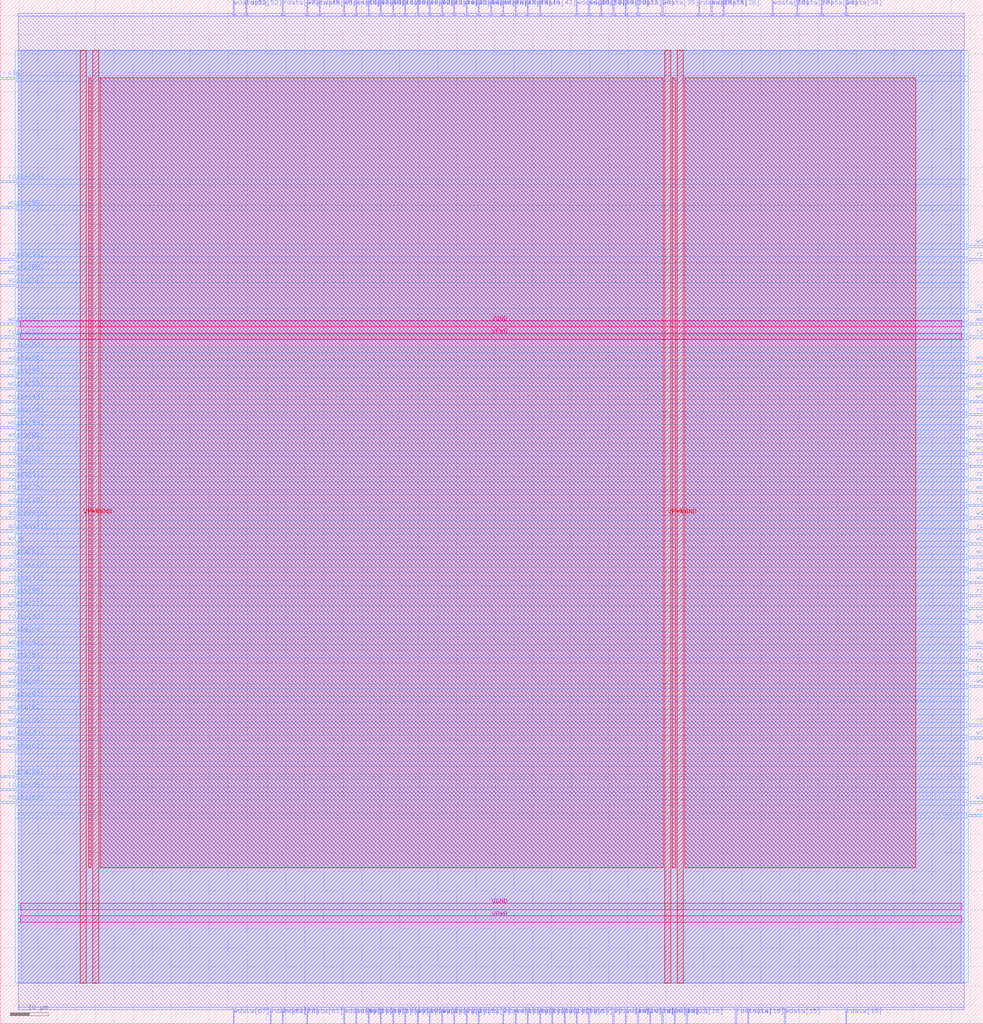
<source format=lef>
VERSION 5.7 ;
  NOWIREEXTENSIONATPIN ON ;
  DIVIDERCHAR "/" ;
  BUSBITCHARS "[]" ;
MACRO dff_ram_8x72
  CLASS BLOCK ;
  FOREIGN dff_ram_8x72 ;
  ORIGIN 0.000 0.000 ;
  SIZE 258.430 BY 269.150 ;
  PIN VGND
    DIRECTION INOUT ;
    USE GROUND ;
    PORT
      LAYER met4 ;
        RECT 24.340 10.640 25.940 255.920 ;
    END
    PORT
      LAYER met4 ;
        RECT 177.940 10.640 179.540 255.920 ;
    END
    PORT
      LAYER met5 ;
        RECT 5.280 30.030 252.780 31.630 ;
    END
    PORT
      LAYER met5 ;
        RECT 5.280 183.210 252.780 184.810 ;
    END
  END VGND
  PIN VPWR
    DIRECTION INOUT ;
    USE POWER ;
    PORT
      LAYER met4 ;
        RECT 21.040 10.640 22.640 255.920 ;
    END
    PORT
      LAYER met4 ;
        RECT 174.640 10.640 176.240 255.920 ;
    END
    PORT
      LAYER met5 ;
        RECT 5.280 26.730 252.780 28.330 ;
    END
    PORT
      LAYER met5 ;
        RECT 5.280 179.910 252.780 181.510 ;
    END
  END VPWR
  PIN address[0]
    DIRECTION INPUT ;
    USE SIGNAL ;
    ANTENNAGATEAREA 0.213000 ;
    PORT
      LAYER met3 ;
        RECT 0.000 132.640 4.000 133.240 ;
    END
  END address[0]
  PIN address[1]
    DIRECTION INPUT ;
    USE SIGNAL ;
    ANTENNAGATEAREA 0.213000 ;
    PORT
      LAYER met3 ;
        RECT 0.000 129.240 4.000 129.840 ;
    END
  END address[1]
  PIN address[2]
    DIRECTION INPUT ;
    USE SIGNAL ;
    ANTENNAGATEAREA 0.126000 ;
    PORT
      LAYER met3 ;
        RECT 0.000 119.040 4.000 119.640 ;
    END
  END address[2]
  PIN clk
    DIRECTION INPUT ;
    USE SIGNAL ;
    ANTENNAGATEAREA 0.852000 ;
    PORT
      LAYER met3 ;
        RECT 0.000 248.240 4.000 248.840 ;
    END
  END clk
  PIN rdata[0]
    DIRECTION OUTPUT TRISTATE ;
    USE SIGNAL ;
    ANTENNADIFFAREA 0.795200 ;
    PORT
      LAYER met2 ;
        RECT 119.230 0.000 119.510 4.000 ;
    END
  END rdata[0]
  PIN rdata[10]
    DIRECTION OUTPUT TRISTATE ;
    USE SIGNAL ;
    ANTENNADIFFAREA 0.795200 ;
    PORT
      LAYER met2 ;
        RECT 170.750 0.000 171.030 4.000 ;
    END
  END rdata[10]
  PIN rdata[11]
    DIRECTION OUTPUT TRISTATE ;
    USE SIGNAL ;
    ANTENNADIFFAREA 0.795200 ;
    PORT
      LAYER met2 ;
        RECT 173.970 0.000 174.250 4.000 ;
    END
  END rdata[11]
  PIN rdata[12]
    DIRECTION OUTPUT TRISTATE ;
    USE SIGNAL ;
    ANTENNADIFFAREA 0.795200 ;
    PORT
      LAYER met3 ;
        RECT 254.430 68.040 258.430 68.640 ;
    END
  END rdata[12]
  PIN rdata[13]
    DIRECTION OUTPUT TRISTATE ;
    USE SIGNAL ;
    ANTENNADIFFAREA 0.795200 ;
    PORT
      LAYER met3 ;
        RECT 254.430 54.440 258.430 55.040 ;
    END
  END rdata[13]
  PIN rdata[14]
    DIRECTION OUTPUT TRISTATE ;
    USE SIGNAL ;
    ANTENNADIFFAREA 0.795200 ;
    PORT
      LAYER met2 ;
        RECT 193.290 0.000 193.570 4.000 ;
    END
  END rdata[14]
  PIN rdata[15]
    DIRECTION OUTPUT TRISTATE ;
    USE SIGNAL ;
    ANTENNADIFFAREA 0.795200 ;
    PORT
      LAYER met2 ;
        RECT 222.270 0.000 222.550 4.000 ;
    END
  END rdata[15]
  PIN rdata[16]
    DIRECTION OUTPUT TRISTATE ;
    USE SIGNAL ;
    ANTENNADIFFAREA 0.795200 ;
    PORT
      LAYER met2 ;
        RECT 196.510 0.000 196.790 4.000 ;
    END
  END rdata[16]
  PIN rdata[17]
    DIRECTION OUTPUT TRISTATE ;
    USE SIGNAL ;
    ANTENNADIFFAREA 0.445500 ;
    PORT
      LAYER met3 ;
        RECT 254.430 78.240 258.430 78.840 ;
    END
  END rdata[17]
  PIN rdata[18]
    DIRECTION OUTPUT TRISTATE ;
    USE SIGNAL ;
    ANTENNADIFFAREA 0.795200 ;
    PORT
      LAYER met3 ;
        RECT 254.430 91.840 258.430 92.440 ;
    END
  END rdata[18]
  PIN rdata[19]
    DIRECTION OUTPUT TRISTATE ;
    USE SIGNAL ;
    ANTENNADIFFAREA 0.795200 ;
    PORT
      LAYER met3 ;
        RECT 254.430 95.240 258.430 95.840 ;
    END
  END rdata[19]
  PIN rdata[1]
    DIRECTION OUTPUT TRISTATE ;
    USE SIGNAL ;
    ANTENNADIFFAREA 0.795200 ;
    PORT
      LAYER met2 ;
        RECT 144.990 0.000 145.270 4.000 ;
    END
  END rdata[1]
  PIN rdata[20]
    DIRECTION OUTPUT TRISTATE ;
    USE SIGNAL ;
    ANTENNADIFFAREA 0.795200 ;
    PORT
      LAYER met3 ;
        RECT 254.430 136.040 258.430 136.640 ;
    END
  END rdata[20]
  PIN rdata[21]
    DIRECTION OUTPUT TRISTATE ;
    USE SIGNAL ;
    ANTENNADIFFAREA 0.795200 ;
    PORT
      LAYER met3 ;
        RECT 254.430 108.840 258.430 109.440 ;
    END
  END rdata[21]
  PIN rdata[22]
    DIRECTION OUTPUT TRISTATE ;
    USE SIGNAL ;
    ANTENNADIFFAREA 0.795200 ;
    PORT
      LAYER met3 ;
        RECT 254.430 112.240 258.430 112.840 ;
    END
  END rdata[22]
  PIN rdata[23]
    DIRECTION OUTPUT TRISTATE ;
    USE SIGNAL ;
    ANTENNADIFFAREA 0.795200 ;
    PORT
      LAYER met3 ;
        RECT 254.430 119.040 258.430 119.640 ;
    END
  END rdata[23]
  PIN rdata[24]
    DIRECTION OUTPUT TRISTATE ;
    USE SIGNAL ;
    ANTENNADIFFAREA 0.795200 ;
    PORT
      LAYER met3 ;
        RECT 254.430 146.240 258.430 146.840 ;
    END
  END rdata[24]
  PIN rdata[25]
    DIRECTION OUTPUT TRISTATE ;
    USE SIGNAL ;
    ANTENNADIFFAREA 0.795200 ;
    PORT
      LAYER met3 ;
        RECT 254.430 129.240 258.430 129.840 ;
    END
  END rdata[25]
  PIN rdata[26]
    DIRECTION OUTPUT TRISTATE ;
    USE SIGNAL ;
    ANTENNADIFFAREA 0.795200 ;
    PORT
      LAYER met3 ;
        RECT 254.430 142.840 258.430 143.440 ;
    END
  END rdata[26]
  PIN rdata[27]
    DIRECTION OUTPUT TRISTATE ;
    USE SIGNAL ;
    ANTENNADIFFAREA 0.795200 ;
    PORT
      LAYER met3 ;
        RECT 254.430 156.440 258.430 157.040 ;
    END
  END rdata[27]
  PIN rdata[28]
    DIRECTION OUTPUT TRISTATE ;
    USE SIGNAL ;
    ANTENNADIFFAREA 0.795200 ;
    PORT
      LAYER met3 ;
        RECT 254.430 159.840 258.430 160.440 ;
    END
  END rdata[28]
  PIN rdata[29]
    DIRECTION OUTPUT TRISTATE ;
    USE SIGNAL ;
    ANTENNADIFFAREA 0.795200 ;
    PORT
      LAYER met3 ;
        RECT 254.430 170.040 258.430 170.640 ;
    END
  END rdata[29]
  PIN rdata[2]
    DIRECTION OUTPUT TRISTATE ;
    USE SIGNAL ;
    ANTENNADIFFAREA 0.795200 ;
    PORT
      LAYER met2 ;
        RECT 125.670 0.000 125.950 4.000 ;
    END
  END rdata[2]
  PIN rdata[30]
    DIRECTION OUTPUT TRISTATE ;
    USE SIGNAL ;
    ANTENNADIFFAREA 0.795200 ;
    PORT
      LAYER met2 ;
        RECT 167.530 265.150 167.810 269.150 ;
    END
  END rdata[30]
  PIN rdata[31]
    DIRECTION OUTPUT TRISTATE ;
    USE SIGNAL ;
    ANTENNADIFFAREA 0.445500 ;
    PORT
      LAYER met3 ;
        RECT 254.430 180.240 258.430 180.840 ;
    END
  END rdata[31]
  PIN rdata[32]
    DIRECTION OUTPUT TRISTATE ;
    USE SIGNAL ;
    ANTENNADIFFAREA 0.445500 ;
    PORT
      LAYER met3 ;
        RECT 254.430 187.040 258.430 187.640 ;
    END
  END rdata[32]
  PIN rdata[33]
    DIRECTION OUTPUT TRISTATE ;
    USE SIGNAL ;
    ANTENNADIFFAREA 0.445500 ;
    PORT
      LAYER met3 ;
        RECT 254.430 200.640 258.430 201.240 ;
    END
  END rdata[33]
  PIN rdata[34]
    DIRECTION OUTPUT TRISTATE ;
    USE SIGNAL ;
    ANTENNADIFFAREA 0.795200 ;
    PORT
      LAYER met2 ;
        RECT 215.830 265.150 216.110 269.150 ;
    END
  END rdata[34]
  PIN rdata[35]
    DIRECTION OUTPUT TRISTATE ;
    USE SIGNAL ;
    ANTENNADIFFAREA 0.795200 ;
    PORT
      LAYER met2 ;
        RECT 183.630 265.150 183.910 269.150 ;
    END
  END rdata[35]
  PIN rdata[36]
    DIRECTION OUTPUT TRISTATE ;
    USE SIGNAL ;
    ANTENNADIFFAREA 0.795200 ;
    PORT
      LAYER met2 ;
        RECT 190.070 265.150 190.350 269.150 ;
    END
  END rdata[36]
  PIN rdata[37]
    DIRECTION OUTPUT TRISTATE ;
    USE SIGNAL ;
    ANTENNADIFFAREA 0.795200 ;
    PORT
      LAYER met2 ;
        RECT 164.310 265.150 164.590 269.150 ;
    END
  END rdata[37]
  PIN rdata[38]
    DIRECTION OUTPUT TRISTATE ;
    USE SIGNAL ;
    ANTENNADIFFAREA 0.795200 ;
    PORT
      LAYER met2 ;
        RECT 209.390 265.150 209.670 269.150 ;
    END
  END rdata[38]
  PIN rdata[39]
    DIRECTION OUTPUT TRISTATE ;
    USE SIGNAL ;
    ANTENNADIFFAREA 0.795200 ;
    PORT
      LAYER met2 ;
        RECT 161.090 265.150 161.370 269.150 ;
    END
  END rdata[39]
  PIN rdata[3]
    DIRECTION OUTPUT TRISTATE ;
    USE SIGNAL ;
    ANTENNADIFFAREA 0.795200 ;
    PORT
      LAYER met2 ;
        RECT 103.130 0.000 103.410 4.000 ;
    END
  END rdata[3]
  PIN rdata[40]
    DIRECTION OUTPUT TRISTATE ;
    USE SIGNAL ;
    ANTENNADIFFAREA 0.795200 ;
    PORT
      LAYER met2 ;
        RECT 138.550 265.150 138.830 269.150 ;
    END
  END rdata[40]
  PIN rdata[41]
    DIRECTION OUTPUT TRISTATE ;
    USE SIGNAL ;
    ANTENNADIFFAREA 0.795200 ;
    PORT
      LAYER met2 ;
        RECT 106.350 265.150 106.630 269.150 ;
    END
  END rdata[41]
  PIN rdata[42]
    DIRECTION OUTPUT TRISTATE ;
    USE SIGNAL ;
    ANTENNADIFFAREA 0.795200 ;
    PORT
      LAYER met2 ;
        RECT 119.230 265.150 119.510 269.150 ;
    END
  END rdata[42]
  PIN rdata[43]
    DIRECTION OUTPUT TRISTATE ;
    USE SIGNAL ;
    ANTENNADIFFAREA 0.795200 ;
    PORT
      LAYER met2 ;
        RECT 141.770 265.150 142.050 269.150 ;
    END
  END rdata[43]
  PIN rdata[44]
    DIRECTION OUTPUT TRISTATE ;
    USE SIGNAL ;
    ANTENNADIFFAREA 0.795200 ;
    PORT
      LAYER met2 ;
        RECT 122.450 265.150 122.730 269.150 ;
    END
  END rdata[44]
  PIN rdata[45]
    DIRECTION OUTPUT TRISTATE ;
    USE SIGNAL ;
    ANTENNADIFFAREA 0.795200 ;
    PORT
      LAYER met2 ;
        RECT 83.810 265.150 84.090 269.150 ;
    END
  END rdata[45]
  PIN rdata[46]
    DIRECTION OUTPUT TRISTATE ;
    USE SIGNAL ;
    ANTENNADIFFAREA 0.795200 ;
    PORT
      LAYER met3 ;
        RECT 0.000 163.240 4.000 163.840 ;
    END
  END rdata[46]
  PIN rdata[47]
    DIRECTION OUTPUT TRISTATE ;
    USE SIGNAL ;
    ANTENNADIFFAREA 0.795200 ;
    PORT
      LAYER met2 ;
        RECT 109.570 265.150 109.850 269.150 ;
    END
  END rdata[47]
  PIN rdata[48]
    DIRECTION OUTPUT TRISTATE ;
    USE SIGNAL ;
    ANTENNADIFFAREA 0.795200 ;
    PORT
      LAYER met2 ;
        RECT 135.330 265.150 135.610 269.150 ;
    END
  END rdata[48]
  PIN rdata[49]
    DIRECTION OUTPUT TRISTATE ;
    USE SIGNAL ;
    ANTENNADIFFAREA 0.795200 ;
    PORT
      LAYER met2 ;
        RECT 96.690 265.150 96.970 269.150 ;
    END
  END rdata[49]
  PIN rdata[4]
    DIRECTION OUTPUT TRISTATE ;
    USE SIGNAL ;
    ANTENNADIFFAREA 0.795200 ;
    PORT
      LAYER met2 ;
        RECT 106.350 0.000 106.630 4.000 ;
    END
  END rdata[4]
  PIN rdata[50]
    DIRECTION OUTPUT TRISTATE ;
    USE SIGNAL ;
    ANTENNADIFFAREA 0.795200 ;
    PORT
      LAYER met3 ;
        RECT 0.000 221.040 4.000 221.640 ;
    END
  END rdata[50]
  PIN rdata[51]
    DIRECTION OUTPUT TRISTATE ;
    USE SIGNAL ;
    ANTENNADIFFAREA 0.795200 ;
    PORT
      LAYER met3 ;
        RECT 0.000 142.840 4.000 143.440 ;
    END
  END rdata[51]
  PIN rdata[52]
    DIRECTION OUTPUT TRISTATE ;
    USE SIGNAL ;
    ANTENNADIFFAREA 0.795200 ;
    PORT
      LAYER met2 ;
        RECT 64.490 265.150 64.770 269.150 ;
    END
  END rdata[52]
  PIN rdata[53]
    DIRECTION OUTPUT TRISTATE ;
    USE SIGNAL ;
    ANTENNADIFFAREA 0.795200 ;
    PORT
      LAYER met3 ;
        RECT 0.000 180.240 4.000 180.840 ;
    END
  END rdata[53]
  PIN rdata[54]
    DIRECTION OUTPUT TRISTATE ;
    USE SIGNAL ;
    ANTENNADIFFAREA 0.795200 ;
    PORT
      LAYER met3 ;
        RECT 0.000 146.240 4.000 146.840 ;
    END
  END rdata[54]
  PIN rdata[55]
    DIRECTION OUTPUT TRISTATE ;
    USE SIGNAL ;
    ANTENNADIFFAREA 0.795200 ;
    PORT
      LAYER met3 ;
        RECT 0.000 200.640 4.000 201.240 ;
    END
  END rdata[55]
  PIN rdata[56]
    DIRECTION OUTPUT TRISTATE ;
    USE SIGNAL ;
    ANTENNADIFFAREA 0.795200 ;
    PORT
      LAYER met3 ;
        RECT 0.000 176.840 4.000 177.440 ;
    END
  END rdata[56]
  PIN rdata[57]
    DIRECTION OUTPUT TRISTATE ;
    USE SIGNAL ;
    ANTENNADIFFAREA 0.795200 ;
    PORT
      LAYER met2 ;
        RECT 74.150 265.150 74.430 269.150 ;
    END
  END rdata[57]
  PIN rdata[58]
    DIRECTION OUTPUT TRISTATE ;
    USE SIGNAL ;
    ANTENNADIFFAREA 0.795200 ;
    PORT
      LAYER met3 ;
        RECT 0.000 149.640 4.000 150.240 ;
    END
  END rdata[58]
  PIN rdata[59]
    DIRECTION OUTPUT TRISTATE ;
    USE SIGNAL ;
    ANTENNADIFFAREA 0.795200 ;
    PORT
      LAYER met3 ;
        RECT 0.000 170.040 4.000 170.640 ;
    END
  END rdata[59]
  PIN rdata[5]
    DIRECTION OUTPUT TRISTATE ;
    USE SIGNAL ;
    ANTENNADIFFAREA 0.795200 ;
    PORT
      LAYER met2 ;
        RECT 122.450 0.000 122.730 4.000 ;
    END
  END rdata[5]
  PIN rdata[60]
    DIRECTION OUTPUT TRISTATE ;
    USE SIGNAL ;
    ANTENNADIFFAREA 0.795200 ;
    PORT
      LAYER met3 ;
        RECT 0.000 64.640 4.000 65.240 ;
    END
  END rdata[60]
  PIN rdata[61]
    DIRECTION OUTPUT TRISTATE ;
    USE SIGNAL ;
    ANTENNADIFFAREA 0.795200 ;
    PORT
      LAYER met3 ;
        RECT 0.000 122.440 4.000 123.040 ;
    END
  END rdata[61]
  PIN rdata[62]
    DIRECTION OUTPUT TRISTATE ;
    USE SIGNAL ;
    ANTENNADIFFAREA 0.795200 ;
    PORT
      LAYER met3 ;
        RECT 0.000 85.040 4.000 85.640 ;
    END
  END rdata[62]
  PIN rdata[63]
    DIRECTION OUTPUT TRISTATE ;
    USE SIGNAL ;
    ANTENNADIFFAREA 0.795200 ;
    PORT
      LAYER met2 ;
        RECT 80.590 0.000 80.870 4.000 ;
    END
  END rdata[63]
  PIN rdata[64]
    DIRECTION OUTPUT TRISTATE ;
    USE SIGNAL ;
    ANTENNADIFFAREA 0.795200 ;
    PORT
      LAYER met3 ;
        RECT 0.000 95.240 4.000 95.840 ;
    END
  END rdata[64]
  PIN rdata[65]
    DIRECTION OUTPUT TRISTATE ;
    USE SIGNAL ;
    ANTENNADIFFAREA 0.795200 ;
    PORT
      LAYER met3 ;
        RECT 0.000 61.240 4.000 61.840 ;
    END
  END rdata[65]
  PIN rdata[66]
    DIRECTION OUTPUT TRISTATE ;
    USE SIGNAL ;
    ANTENNADIFFAREA 0.795200 ;
    PORT
      LAYER met3 ;
        RECT 0.000 112.240 4.000 112.840 ;
    END
  END rdata[66]
  PIN rdata[67]
    DIRECTION OUTPUT TRISTATE ;
    USE SIGNAL ;
    ANTENNADIFFAREA 0.795200 ;
    PORT
      LAYER met2 ;
        RECT 70.930 0.000 71.210 4.000 ;
    END
  END rdata[67]
  PIN rdata[68]
    DIRECTION OUTPUT TRISTATE ;
    USE SIGNAL ;
    ANTENNADIFFAREA 0.795200 ;
    PORT
      LAYER met3 ;
        RECT 0.000 105.440 4.000 106.040 ;
    END
  END rdata[68]
  PIN rdata[69]
    DIRECTION OUTPUT TRISTATE ;
    USE SIGNAL ;
    ANTENNADIFFAREA 0.795200 ;
    PORT
      LAYER met3 ;
        RECT 0.000 57.840 4.000 58.440 ;
    END
  END rdata[69]
  PIN rdata[6]
    DIRECTION OUTPUT TRISTATE ;
    USE SIGNAL ;
    ANTENNADIFFAREA 0.795200 ;
    PORT
      LAYER met2 ;
        RECT 99.910 0.000 100.190 4.000 ;
    END
  END rdata[6]
  PIN rdata[70]
    DIRECTION OUTPUT TRISTATE ;
    USE SIGNAL ;
    ANTENNADIFFAREA 0.795200 ;
    PORT
      LAYER met3 ;
        RECT 0.000 139.440 4.000 140.040 ;
    END
  END rdata[70]
  PIN rdata[71]
    DIRECTION OUTPUT TRISTATE ;
    USE SIGNAL ;
    ANTENNADIFFAREA 0.795200 ;
    PORT
      LAYER met3 ;
        RECT 0.000 115.640 4.000 116.240 ;
    END
  END rdata[71]
  PIN rdata[7]
    DIRECTION OUTPUT TRISTATE ;
    USE SIGNAL ;
    ANTENNADIFFAREA 0.795200 ;
    PORT
      LAYER met2 ;
        RECT 154.650 0.000 154.930 4.000 ;
    END
  END rdata[7]
  PIN rdata[8]
    DIRECTION OUTPUT TRISTATE ;
    USE SIGNAL ;
    ANTENNADIFFAREA 0.795200 ;
    PORT
      LAYER met2 ;
        RECT 151.430 0.000 151.710 4.000 ;
    END
  END rdata[8]
  PIN rdata[9]
    DIRECTION OUTPUT TRISTATE ;
    USE SIGNAL ;
    ANTENNADIFFAREA 0.795200 ;
    PORT
      LAYER met2 ;
        RECT 148.210 0.000 148.490 4.000 ;
    END
  END rdata[9]
  PIN wdata[0]
    DIRECTION INPUT ;
    USE SIGNAL ;
    ANTENNAGATEAREA 0.213000 ;
    PORT
      LAYER met2 ;
        RECT 109.570 0.000 109.850 4.000 ;
    END
  END wdata[0]
  PIN wdata[10]
    DIRECTION INPUT ;
    USE SIGNAL ;
    ANTENNAGATEAREA 0.213000 ;
    PORT
      LAYER met2 ;
        RECT 164.310 0.000 164.590 4.000 ;
    END
  END wdata[10]
  PIN wdata[11]
    DIRECTION INPUT ;
    USE SIGNAL ;
    ANTENNAGATEAREA 0.159000 ;
    PORT
      LAYER met2 ;
        RECT 161.090 0.000 161.370 4.000 ;
    END
  END wdata[11]
  PIN wdata[12]
    DIRECTION INPUT ;
    USE SIGNAL ;
    ANTENNAGATEAREA 0.159000 ;
    PORT
      LAYER met2 ;
        RECT 177.190 0.000 177.470 4.000 ;
    END
  END wdata[12]
  PIN wdata[13]
    DIRECTION INPUT ;
    USE SIGNAL ;
    ANTENNAGATEAREA 0.213000 ;
    PORT
      LAYER met3 ;
        RECT 254.430 57.840 258.430 58.440 ;
    END
  END wdata[13]
  PIN wdata[14]
    DIRECTION INPUT ;
    USE SIGNAL ;
    ANTENNAGATEAREA 0.213000 ;
    PORT
      LAYER met2 ;
        RECT 167.530 0.000 167.810 4.000 ;
    END
  END wdata[14]
  PIN wdata[15]
    DIRECTION INPUT ;
    USE SIGNAL ;
    ANTENNAGATEAREA 0.213000 ;
    PORT
      LAYER met2 ;
        RECT 206.170 0.000 206.450 4.000 ;
    END
  END wdata[15]
  PIN wdata[16]
    DIRECTION INPUT ;
    USE SIGNAL ;
    ANTENNAGATEAREA 0.213000 ;
    PORT
      LAYER met2 ;
        RECT 180.410 0.000 180.690 4.000 ;
    END
  END wdata[16]
  PIN wdata[17]
    DIRECTION INPUT ;
    USE SIGNAL ;
    ANTENNAGATEAREA 0.213000 ;
    PORT
      LAYER met3 ;
        RECT 254.430 74.840 258.430 75.440 ;
    END
  END wdata[17]
  PIN wdata[18]
    DIRECTION INPUT ;
    USE SIGNAL ;
    ANTENNAGATEAREA 0.213000 ;
    PORT
      LAYER met3 ;
        RECT 254.430 88.440 258.430 89.040 ;
    END
  END wdata[18]
  PIN wdata[19]
    DIRECTION INPUT ;
    USE SIGNAL ;
    ANTENNAGATEAREA 0.213000 ;
    PORT
      LAYER met3 ;
        RECT 254.430 98.640 258.430 99.240 ;
    END
  END wdata[19]
  PIN wdata[1]
    DIRECTION INPUT ;
    USE SIGNAL ;
    ANTENNAGATEAREA 0.213000 ;
    PORT
      LAYER met2 ;
        RECT 132.110 0.000 132.390 4.000 ;
    END
  END wdata[1]
  PIN wdata[20]
    DIRECTION INPUT ;
    USE SIGNAL ;
    ANTENNAGATEAREA 0.159000 ;
    PORT
      LAYER met3 ;
        RECT 254.430 132.640 258.430 133.240 ;
    END
  END wdata[20]
  PIN wdata[21]
    DIRECTION INPUT ;
    USE SIGNAL ;
    ANTENNAGATEAREA 0.213000 ;
    PORT
      LAYER met3 ;
        RECT 254.430 115.640 258.430 116.240 ;
    END
  END wdata[21]
  PIN wdata[22]
    DIRECTION INPUT ;
    USE SIGNAL ;
    ANTENNAGATEAREA 0.159000 ;
    PORT
      LAYER met3 ;
        RECT 254.430 105.440 258.430 106.040 ;
    END
  END wdata[22]
  PIN wdata[23]
    DIRECTION INPUT ;
    USE SIGNAL ;
    ANTENNAGATEAREA 0.159000 ;
    PORT
      LAYER met3 ;
        RECT 254.430 122.440 258.430 123.040 ;
    END
  END wdata[23]
  PIN wdata[24]
    DIRECTION INPUT ;
    USE SIGNAL ;
    ANTENNAGATEAREA 0.213000 ;
    PORT
      LAYER met3 ;
        RECT 254.430 149.640 258.430 150.240 ;
    END
  END wdata[24]
  PIN wdata[25]
    DIRECTION INPUT ;
    USE SIGNAL ;
    ANTENNAGATEAREA 0.213000 ;
    PORT
      LAYER met3 ;
        RECT 254.430 125.840 258.430 126.440 ;
    END
  END wdata[25]
  PIN wdata[26]
    DIRECTION INPUT ;
    USE SIGNAL ;
    ANTENNAGATEAREA 0.213000 ;
    PORT
      LAYER met3 ;
        RECT 254.430 139.440 258.430 140.040 ;
    END
  END wdata[26]
  PIN wdata[27]
    DIRECTION INPUT ;
    USE SIGNAL ;
    ANTENNAGATEAREA 0.213000 ;
    PORT
      LAYER met3 ;
        RECT 254.430 153.040 258.430 153.640 ;
    END
  END wdata[27]
  PIN wdata[28]
    DIRECTION INPUT ;
    USE SIGNAL ;
    ANTENNAGATEAREA 0.159000 ;
    PORT
      LAYER met3 ;
        RECT 254.430 163.240 258.430 163.840 ;
    END
  END wdata[28]
  PIN wdata[29]
    DIRECTION INPUT ;
    USE SIGNAL ;
    ANTENNAGATEAREA 0.213000 ;
    PORT
      LAYER met3 ;
        RECT 254.430 166.640 258.430 167.240 ;
    END
  END wdata[29]
  PIN wdata[2]
    DIRECTION INPUT ;
    USE SIGNAL ;
    ANTENNAGATEAREA 0.159000 ;
    PORT
      LAYER met2 ;
        RECT 116.010 0.000 116.290 4.000 ;
    END
  END wdata[2]
  PIN wdata[30]
    DIRECTION INPUT ;
    USE SIGNAL ;
    ANTENNAGATEAREA 0.213000 ;
    PORT
      LAYER met2 ;
        RECT 157.870 265.150 158.150 269.150 ;
    END
  END wdata[30]
  PIN wdata[31]
    DIRECTION INPUT ;
    USE SIGNAL ;
    ANTENNAGATEAREA 0.159000 ;
    PORT
      LAYER met3 ;
        RECT 254.430 173.440 258.430 174.040 ;
    END
  END wdata[31]
  PIN wdata[32]
    DIRECTION INPUT ;
    USE SIGNAL ;
    ANTENNAGATEAREA 0.213000 ;
    PORT
      LAYER met3 ;
        RECT 254.430 183.640 258.430 184.240 ;
    END
  END wdata[32]
  PIN wdata[33]
    DIRECTION INPUT ;
    USE SIGNAL ;
    ANTENNAGATEAREA 0.213000 ;
    PORT
      LAYER met3 ;
        RECT 254.430 204.040 258.430 204.640 ;
    END
  END wdata[33]
  PIN wdata[34]
    DIRECTION INPUT ;
    USE SIGNAL ;
    ANTENNAGATEAREA 0.213000 ;
    PORT
      LAYER met2 ;
        RECT 222.270 265.150 222.550 269.150 ;
    END
  END wdata[34]
  PIN wdata[35]
    DIRECTION INPUT ;
    USE SIGNAL ;
    ANTENNAGATEAREA 0.213000 ;
    PORT
      LAYER met2 ;
        RECT 173.970 265.150 174.250 269.150 ;
    END
  END wdata[35]
  PIN wdata[36]
    DIRECTION INPUT ;
    USE SIGNAL ;
    ANTENNAGATEAREA 0.213000 ;
    PORT
      LAYER met2 ;
        RECT 186.850 265.150 187.130 269.150 ;
    END
  END wdata[36]
  PIN wdata[37]
    DIRECTION INPUT ;
    USE SIGNAL ;
    ANTENNAGATEAREA 0.159000 ;
    PORT
      LAYER met2 ;
        RECT 154.650 265.150 154.930 269.150 ;
    END
  END wdata[37]
  PIN wdata[38]
    DIRECTION INPUT ;
    USE SIGNAL ;
    ANTENNAGATEAREA 0.213000 ;
    PORT
      LAYER met2 ;
        RECT 202.950 265.150 203.230 269.150 ;
    END
  END wdata[38]
  PIN wdata[39]
    DIRECTION INPUT ;
    USE SIGNAL ;
    ANTENNAGATEAREA 0.213000 ;
    PORT
      LAYER met2 ;
        RECT 151.430 265.150 151.710 269.150 ;
    END
  END wdata[39]
  PIN wdata[3]
    DIRECTION INPUT ;
    USE SIGNAL ;
    ANTENNAGATEAREA 0.213000 ;
    PORT
      LAYER met2 ;
        RECT 93.470 0.000 93.750 4.000 ;
    END
  END wdata[3]
  PIN wdata[40]
    DIRECTION INPUT ;
    USE SIGNAL ;
    ANTENNAGATEAREA 0.159000 ;
    PORT
      LAYER met2 ;
        RECT 128.890 265.150 129.170 269.150 ;
    END
  END wdata[40]
  PIN wdata[41]
    DIRECTION INPUT ;
    USE SIGNAL ;
    ANTENNAGATEAREA 0.213000 ;
    PORT
      LAYER met2 ;
        RECT 99.910 265.150 100.190 269.150 ;
    END
  END wdata[41]
  PIN wdata[42]
    DIRECTION INPUT ;
    USE SIGNAL ;
    ANTENNAGATEAREA 0.213000 ;
    PORT
      LAYER met2 ;
        RECT 112.790 265.150 113.070 269.150 ;
    END
  END wdata[42]
  PIN wdata[43]
    DIRECTION INPUT ;
    USE SIGNAL ;
    ANTENNAGATEAREA 0.213000 ;
    PORT
      LAYER met2 ;
        RECT 132.110 265.150 132.390 269.150 ;
    END
  END wdata[43]
  PIN wdata[44]
    DIRECTION INPUT ;
    USE SIGNAL ;
    ANTENNAGATEAREA 0.213000 ;
    PORT
      LAYER met2 ;
        RECT 116.010 265.150 116.290 269.150 ;
    END
  END wdata[44]
  PIN wdata[45]
    DIRECTION INPUT ;
    USE SIGNAL ;
    ANTENNAGATEAREA 0.213000 ;
    PORT
      LAYER met2 ;
        RECT 80.590 265.150 80.870 269.150 ;
    END
  END wdata[45]
  PIN wdata[46]
    DIRECTION INPUT ;
    USE SIGNAL ;
    ANTENNAGATEAREA 0.159000 ;
    PORT
      LAYER met2 ;
        RECT 103.130 265.150 103.410 269.150 ;
    END
  END wdata[46]
  PIN wdata[47]
    DIRECTION INPUT ;
    USE SIGNAL ;
    ANTENNAGATEAREA 0.159000 ;
    PORT
      LAYER met2 ;
        RECT 93.470 265.150 93.750 269.150 ;
    END
  END wdata[47]
  PIN wdata[48]
    DIRECTION INPUT ;
    USE SIGNAL ;
    ANTENNAGATEAREA 0.213000 ;
    PORT
      LAYER met2 ;
        RECT 125.670 265.150 125.950 269.150 ;
    END
  END wdata[48]
  PIN wdata[49]
    DIRECTION INPUT ;
    USE SIGNAL ;
    ANTENNAGATEAREA 0.213000 ;
    PORT
      LAYER met2 ;
        RECT 90.250 265.150 90.530 269.150 ;
    END
  END wdata[49]
  PIN wdata[4]
    DIRECTION INPUT ;
    USE SIGNAL ;
    ANTENNAGATEAREA 0.159000 ;
    PORT
      LAYER met2 ;
        RECT 96.690 0.000 96.970 4.000 ;
    END
  END wdata[4]
  PIN wdata[50]
    DIRECTION INPUT ;
    USE SIGNAL ;
    ANTENNAGATEAREA 0.213000 ;
    PORT
      LAYER met3 ;
        RECT 0.000 214.240 4.000 214.840 ;
    END
  END wdata[50]
  PIN wdata[51]
    DIRECTION INPUT ;
    USE SIGNAL ;
    ANTENNAGATEAREA 0.213000 ;
    PORT
      LAYER met3 ;
        RECT 0.000 153.040 4.000 153.640 ;
    END
  END wdata[51]
  PIN wdata[52]
    DIRECTION INPUT ;
    USE SIGNAL ;
    ANTENNAGATEAREA 0.213000 ;
    PORT
      LAYER met2 ;
        RECT 61.270 265.150 61.550 269.150 ;
    END
  END wdata[52]
  PIN wdata[53]
    DIRECTION INPUT ;
    USE SIGNAL ;
    ANTENNAGATEAREA 0.213000 ;
    PORT
      LAYER met3 ;
        RECT 0.000 183.640 4.000 184.240 ;
    END
  END wdata[53]
  PIN wdata[54]
    DIRECTION INPUT ;
    USE SIGNAL ;
    ANTENNAGATEAREA 0.213000 ;
    PORT
      LAYER met3 ;
        RECT 0.000 159.840 4.000 160.440 ;
    END
  END wdata[54]
  PIN wdata[55]
    DIRECTION INPUT ;
    USE SIGNAL ;
    ANTENNAGATEAREA 0.213000 ;
    PORT
      LAYER met3 ;
        RECT 0.000 197.240 4.000 197.840 ;
    END
  END wdata[55]
  PIN wdata[56]
    DIRECTION INPUT ;
    USE SIGNAL ;
    ANTENNAGATEAREA 0.213000 ;
    PORT
      LAYER met3 ;
        RECT 0.000 173.440 4.000 174.040 ;
    END
  END wdata[56]
  PIN wdata[57]
    DIRECTION INPUT ;
    USE SIGNAL ;
    ANTENNAGATEAREA 0.159000 ;
    PORT
      LAYER met3 ;
        RECT 0.000 193.840 4.000 194.440 ;
    END
  END wdata[57]
  PIN wdata[58]
    DIRECTION INPUT ;
    USE SIGNAL ;
    ANTENNAGATEAREA 0.213000 ;
    PORT
      LAYER met3 ;
        RECT 0.000 156.440 4.000 157.040 ;
    END
  END wdata[58]
  PIN wdata[59]
    DIRECTION INPUT ;
    USE SIGNAL ;
    ANTENNAGATEAREA 0.213000 ;
    PORT
      LAYER met3 ;
        RECT 0.000 166.640 4.000 167.240 ;
    END
  END wdata[59]
  PIN wdata[5]
    DIRECTION INPUT ;
    USE SIGNAL ;
    ANTENNAGATEAREA 0.213000 ;
    PORT
      LAYER met2 ;
        RECT 112.790 0.000 113.070 4.000 ;
    END
  END wdata[5]
  PIN wdata[60]
    DIRECTION INPUT ;
    USE SIGNAL ;
    ANTENNAGATEAREA 0.213000 ;
    PORT
      LAYER met3 ;
        RECT 0.000 74.840 4.000 75.440 ;
    END
  END wdata[60]
  PIN wdata[61]
    DIRECTION INPUT ;
    USE SIGNAL ;
    ANTENNAGATEAREA 0.213000 ;
    PORT
      LAYER met3 ;
        RECT 0.000 98.640 4.000 99.240 ;
    END
  END wdata[61]
  PIN wdata[62]
    DIRECTION INPUT ;
    USE SIGNAL ;
    ANTENNAGATEAREA 0.213000 ;
    PORT
      LAYER met3 ;
        RECT 0.000 81.640 4.000 82.240 ;
    END
  END wdata[62]
  PIN wdata[63]
    DIRECTION INPUT ;
    USE SIGNAL ;
    ANTENNAGATEAREA 0.213000 ;
    PORT
      LAYER met2 ;
        RECT 74.150 0.000 74.430 4.000 ;
    END
  END wdata[63]
  PIN wdata[64]
    DIRECTION INPUT ;
    USE SIGNAL ;
    ANTENNAGATEAREA 0.213000 ;
    PORT
      LAYER met3 ;
        RECT 0.000 102.040 4.000 102.640 ;
    END
  END wdata[64]
  PIN wdata[65]
    DIRECTION INPUT ;
    USE SIGNAL ;
    ANTENNAGATEAREA 0.213000 ;
    PORT
      LAYER met3 ;
        RECT 0.000 78.240 4.000 78.840 ;
    END
  END wdata[65]
  PIN wdata[66]
    DIRECTION INPUT ;
    USE SIGNAL ;
    ANTENNAGATEAREA 0.213000 ;
    PORT
      LAYER met3 ;
        RECT 0.000 88.440 4.000 89.040 ;
    END
  END wdata[66]
  PIN wdata[67]
    DIRECTION INPUT ;
    USE SIGNAL ;
    ANTENNAGATEAREA 0.213000 ;
    PORT
      LAYER met2 ;
        RECT 61.270 0.000 61.550 4.000 ;
    END
  END wdata[67]
  PIN wdata[68]
    DIRECTION INPUT ;
    USE SIGNAL ;
    ANTENNAGATEAREA 0.159000 ;
    PORT
      LAYER met3 ;
        RECT 0.000 91.840 4.000 92.440 ;
    END
  END wdata[68]
  PIN wdata[69]
    DIRECTION INPUT ;
    USE SIGNAL ;
    ANTENNAGATEAREA 0.213000 ;
    PORT
      LAYER met3 ;
        RECT 0.000 71.440 4.000 72.040 ;
    END
  END wdata[69]
  PIN wdata[6]
    DIRECTION INPUT ;
    USE SIGNAL ;
    ANTENNAGATEAREA 0.213000 ;
    PORT
      LAYER met2 ;
        RECT 90.250 0.000 90.530 4.000 ;
    END
  END wdata[6]
  PIN wdata[70]
    DIRECTION INPUT ;
    USE SIGNAL ;
    ANTENNAGATEAREA 0.159000 ;
    PORT
      LAYER met3 ;
        RECT 0.000 136.040 4.000 136.640 ;
    END
  END wdata[70]
  PIN wdata[71]
    DIRECTION INPUT ;
    USE SIGNAL ;
    ANTENNAGATEAREA 0.159000 ;
    PORT
      LAYER met3 ;
        RECT 0.000 108.840 4.000 109.440 ;
    END
  END wdata[71]
  PIN wdata[7]
    DIRECTION INPUT ;
    USE SIGNAL ;
    ANTENNAGATEAREA 0.213000 ;
    PORT
      LAYER met2 ;
        RECT 135.330 0.000 135.610 4.000 ;
    END
  END wdata[7]
  PIN wdata[8]
    DIRECTION INPUT ;
    USE SIGNAL ;
    ANTENNAGATEAREA 0.159000 ;
    PORT
      LAYER met2 ;
        RECT 138.550 0.000 138.830 4.000 ;
    END
  END wdata[8]
  PIN wdata[9]
    DIRECTION INPUT ;
    USE SIGNAL ;
    ANTENNAGATEAREA 0.159000 ;
    PORT
      LAYER met2 ;
        RECT 141.770 0.000 142.050 4.000 ;
    END
  END wdata[9]
  PIN wr_n
    DIRECTION INPUT ;
    USE SIGNAL ;
    ANTENNAGATEAREA 0.126000 ;
    PORT
      LAYER met3 ;
        RECT 0.000 125.840 4.000 126.440 ;
    END
  END wr_n
  OBS
      LAYER li1 ;
        RECT 5.520 10.795 252.540 255.765 ;
      LAYER met1 ;
        RECT 4.670 10.640 253.390 255.920 ;
      LAYER met2 ;
        RECT 4.690 264.870 60.990 265.610 ;
        RECT 61.830 264.870 64.210 265.610 ;
        RECT 65.050 264.870 73.870 265.610 ;
        RECT 74.710 264.870 80.310 265.610 ;
        RECT 81.150 264.870 83.530 265.610 ;
        RECT 84.370 264.870 89.970 265.610 ;
        RECT 90.810 264.870 93.190 265.610 ;
        RECT 94.030 264.870 96.410 265.610 ;
        RECT 97.250 264.870 99.630 265.610 ;
        RECT 100.470 264.870 102.850 265.610 ;
        RECT 103.690 264.870 106.070 265.610 ;
        RECT 106.910 264.870 109.290 265.610 ;
        RECT 110.130 264.870 112.510 265.610 ;
        RECT 113.350 264.870 115.730 265.610 ;
        RECT 116.570 264.870 118.950 265.610 ;
        RECT 119.790 264.870 122.170 265.610 ;
        RECT 123.010 264.870 125.390 265.610 ;
        RECT 126.230 264.870 128.610 265.610 ;
        RECT 129.450 264.870 131.830 265.610 ;
        RECT 132.670 264.870 135.050 265.610 ;
        RECT 135.890 264.870 138.270 265.610 ;
        RECT 139.110 264.870 141.490 265.610 ;
        RECT 142.330 264.870 151.150 265.610 ;
        RECT 151.990 264.870 154.370 265.610 ;
        RECT 155.210 264.870 157.590 265.610 ;
        RECT 158.430 264.870 160.810 265.610 ;
        RECT 161.650 264.870 164.030 265.610 ;
        RECT 164.870 264.870 167.250 265.610 ;
        RECT 168.090 264.870 173.690 265.610 ;
        RECT 174.530 264.870 183.350 265.610 ;
        RECT 184.190 264.870 186.570 265.610 ;
        RECT 187.410 264.870 189.790 265.610 ;
        RECT 190.630 264.870 202.670 265.610 ;
        RECT 203.510 264.870 209.110 265.610 ;
        RECT 209.950 264.870 215.550 265.610 ;
        RECT 216.390 264.870 221.990 265.610 ;
        RECT 222.830 264.870 253.370 265.610 ;
        RECT 4.690 4.280 253.370 264.870 ;
        RECT 4.690 3.670 60.990 4.280 ;
        RECT 61.830 3.670 70.650 4.280 ;
        RECT 71.490 3.670 73.870 4.280 ;
        RECT 74.710 3.670 80.310 4.280 ;
        RECT 81.150 3.670 89.970 4.280 ;
        RECT 90.810 3.670 93.190 4.280 ;
        RECT 94.030 3.670 96.410 4.280 ;
        RECT 97.250 3.670 99.630 4.280 ;
        RECT 100.470 3.670 102.850 4.280 ;
        RECT 103.690 3.670 106.070 4.280 ;
        RECT 106.910 3.670 109.290 4.280 ;
        RECT 110.130 3.670 112.510 4.280 ;
        RECT 113.350 3.670 115.730 4.280 ;
        RECT 116.570 3.670 118.950 4.280 ;
        RECT 119.790 3.670 122.170 4.280 ;
        RECT 123.010 3.670 125.390 4.280 ;
        RECT 126.230 3.670 131.830 4.280 ;
        RECT 132.670 3.670 135.050 4.280 ;
        RECT 135.890 3.670 138.270 4.280 ;
        RECT 139.110 3.670 141.490 4.280 ;
        RECT 142.330 3.670 144.710 4.280 ;
        RECT 145.550 3.670 147.930 4.280 ;
        RECT 148.770 3.670 151.150 4.280 ;
        RECT 151.990 3.670 154.370 4.280 ;
        RECT 155.210 3.670 160.810 4.280 ;
        RECT 161.650 3.670 164.030 4.280 ;
        RECT 164.870 3.670 167.250 4.280 ;
        RECT 168.090 3.670 170.470 4.280 ;
        RECT 171.310 3.670 173.690 4.280 ;
        RECT 174.530 3.670 176.910 4.280 ;
        RECT 177.750 3.670 180.130 4.280 ;
        RECT 180.970 3.670 193.010 4.280 ;
        RECT 193.850 3.670 196.230 4.280 ;
        RECT 197.070 3.670 205.890 4.280 ;
        RECT 206.730 3.670 221.990 4.280 ;
        RECT 222.830 3.670 253.370 4.280 ;
      LAYER met3 ;
        RECT 3.990 249.240 254.430 255.845 ;
        RECT 4.400 247.840 254.430 249.240 ;
        RECT 3.990 222.040 254.430 247.840 ;
        RECT 4.400 220.640 254.430 222.040 ;
        RECT 3.990 215.240 254.430 220.640 ;
        RECT 4.400 213.840 254.430 215.240 ;
        RECT 3.990 205.040 254.430 213.840 ;
        RECT 3.990 203.640 254.030 205.040 ;
        RECT 3.990 201.640 254.430 203.640 ;
        RECT 4.400 200.240 254.030 201.640 ;
        RECT 3.990 198.240 254.430 200.240 ;
        RECT 4.400 196.840 254.430 198.240 ;
        RECT 3.990 194.840 254.430 196.840 ;
        RECT 4.400 193.440 254.430 194.840 ;
        RECT 3.990 188.040 254.430 193.440 ;
        RECT 3.990 186.640 254.030 188.040 ;
        RECT 3.990 184.640 254.430 186.640 ;
        RECT 4.400 183.240 254.030 184.640 ;
        RECT 3.990 181.240 254.430 183.240 ;
        RECT 4.400 179.840 254.030 181.240 ;
        RECT 3.990 177.840 254.430 179.840 ;
        RECT 4.400 176.440 254.430 177.840 ;
        RECT 3.990 174.440 254.430 176.440 ;
        RECT 4.400 173.040 254.030 174.440 ;
        RECT 3.990 171.040 254.430 173.040 ;
        RECT 4.400 169.640 254.030 171.040 ;
        RECT 3.990 167.640 254.430 169.640 ;
        RECT 4.400 166.240 254.030 167.640 ;
        RECT 3.990 164.240 254.430 166.240 ;
        RECT 4.400 162.840 254.030 164.240 ;
        RECT 3.990 160.840 254.430 162.840 ;
        RECT 4.400 159.440 254.030 160.840 ;
        RECT 3.990 157.440 254.430 159.440 ;
        RECT 4.400 156.040 254.030 157.440 ;
        RECT 3.990 154.040 254.430 156.040 ;
        RECT 4.400 152.640 254.030 154.040 ;
        RECT 3.990 150.640 254.430 152.640 ;
        RECT 4.400 149.240 254.030 150.640 ;
        RECT 3.990 147.240 254.430 149.240 ;
        RECT 4.400 145.840 254.030 147.240 ;
        RECT 3.990 143.840 254.430 145.840 ;
        RECT 4.400 142.440 254.030 143.840 ;
        RECT 3.990 140.440 254.430 142.440 ;
        RECT 4.400 139.040 254.030 140.440 ;
        RECT 3.990 137.040 254.430 139.040 ;
        RECT 4.400 135.640 254.030 137.040 ;
        RECT 3.990 133.640 254.430 135.640 ;
        RECT 4.400 132.240 254.030 133.640 ;
        RECT 3.990 130.240 254.430 132.240 ;
        RECT 4.400 128.840 254.030 130.240 ;
        RECT 3.990 126.840 254.430 128.840 ;
        RECT 4.400 125.440 254.030 126.840 ;
        RECT 3.990 123.440 254.430 125.440 ;
        RECT 4.400 122.040 254.030 123.440 ;
        RECT 3.990 120.040 254.430 122.040 ;
        RECT 4.400 118.640 254.030 120.040 ;
        RECT 3.990 116.640 254.430 118.640 ;
        RECT 4.400 115.240 254.030 116.640 ;
        RECT 3.990 113.240 254.430 115.240 ;
        RECT 4.400 111.840 254.030 113.240 ;
        RECT 3.990 109.840 254.430 111.840 ;
        RECT 4.400 108.440 254.030 109.840 ;
        RECT 3.990 106.440 254.430 108.440 ;
        RECT 4.400 105.040 254.030 106.440 ;
        RECT 3.990 103.040 254.430 105.040 ;
        RECT 4.400 101.640 254.430 103.040 ;
        RECT 3.990 99.640 254.430 101.640 ;
        RECT 4.400 98.240 254.030 99.640 ;
        RECT 3.990 96.240 254.430 98.240 ;
        RECT 4.400 94.840 254.030 96.240 ;
        RECT 3.990 92.840 254.430 94.840 ;
        RECT 4.400 91.440 254.030 92.840 ;
        RECT 3.990 89.440 254.430 91.440 ;
        RECT 4.400 88.040 254.030 89.440 ;
        RECT 3.990 86.040 254.430 88.040 ;
        RECT 4.400 84.640 254.430 86.040 ;
        RECT 3.990 82.640 254.430 84.640 ;
        RECT 4.400 81.240 254.430 82.640 ;
        RECT 3.990 79.240 254.430 81.240 ;
        RECT 4.400 77.840 254.030 79.240 ;
        RECT 3.990 75.840 254.430 77.840 ;
        RECT 4.400 74.440 254.030 75.840 ;
        RECT 3.990 72.440 254.430 74.440 ;
        RECT 4.400 71.040 254.430 72.440 ;
        RECT 3.990 69.040 254.430 71.040 ;
        RECT 3.990 67.640 254.030 69.040 ;
        RECT 3.990 65.640 254.430 67.640 ;
        RECT 4.400 64.240 254.430 65.640 ;
        RECT 3.990 62.240 254.430 64.240 ;
        RECT 4.400 60.840 254.430 62.240 ;
        RECT 3.990 58.840 254.430 60.840 ;
        RECT 4.400 57.440 254.030 58.840 ;
        RECT 3.990 55.440 254.430 57.440 ;
        RECT 3.990 54.040 254.030 55.440 ;
        RECT 3.990 10.715 254.430 54.040 ;
      LAYER met4 ;
        RECT 23.295 40.975 23.940 248.705 ;
        RECT 26.340 40.975 174.240 248.705 ;
        RECT 176.640 40.975 177.540 248.705 ;
        RECT 179.940 40.975 240.745 248.705 ;
  END
END dff_ram_8x72
END LIBRARY


</source>
